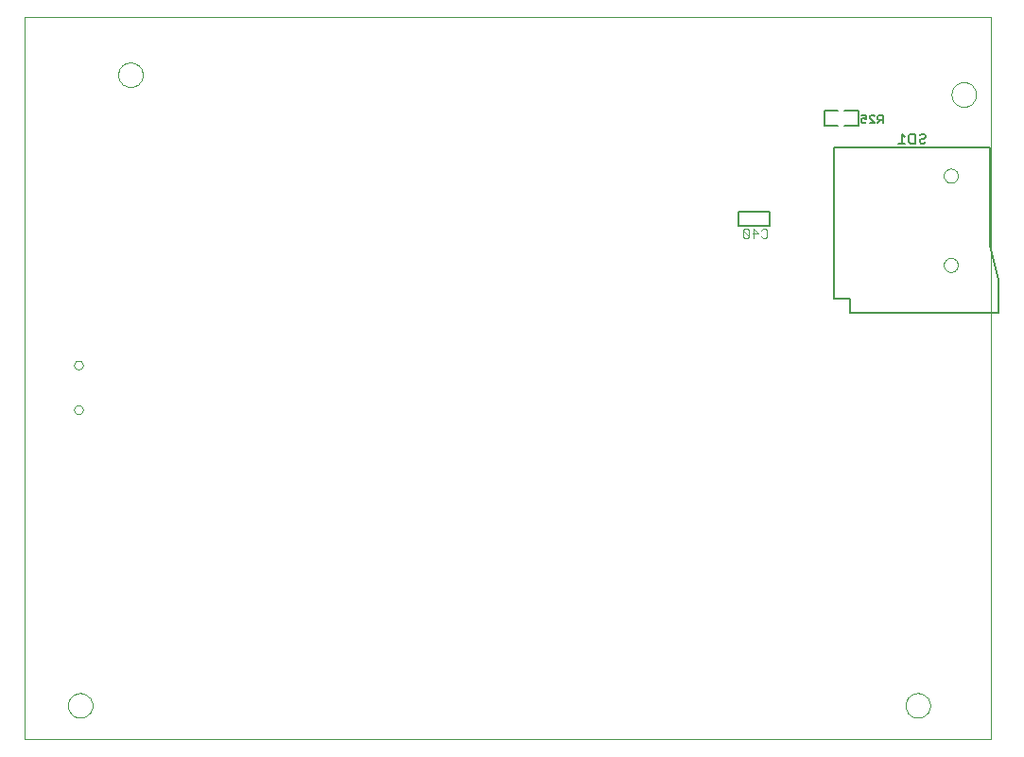
<source format=gbo>
G75*
%MOIN*%
%OFA0B0*%
%FSLAX24Y24*%
%IPPOS*%
%LPD*%
%AMOC8*
5,1,8,0,0,1.08239X$1,22.5*
%
%ADD10C,0.0000*%
%ADD11C,0.0050*%
%ADD12C,0.0070*%
%ADD13C,0.0040*%
D10*
X004935Y000100D02*
X004935Y025550D01*
X039007Y025550D01*
X039007Y000100D01*
X004935Y000100D01*
X006471Y001281D02*
X006473Y001322D01*
X006479Y001363D01*
X006489Y001403D01*
X006502Y001442D01*
X006519Y001479D01*
X006540Y001515D01*
X006564Y001549D01*
X006591Y001580D01*
X006620Y001608D01*
X006653Y001634D01*
X006687Y001656D01*
X006724Y001675D01*
X006762Y001690D01*
X006802Y001702D01*
X006842Y001710D01*
X006883Y001714D01*
X006925Y001714D01*
X006966Y001710D01*
X007006Y001702D01*
X007046Y001690D01*
X007084Y001675D01*
X007120Y001656D01*
X007155Y001634D01*
X007188Y001608D01*
X007217Y001580D01*
X007244Y001549D01*
X007268Y001515D01*
X007289Y001479D01*
X007306Y001442D01*
X007319Y001403D01*
X007329Y001363D01*
X007335Y001322D01*
X007337Y001281D01*
X007335Y001240D01*
X007329Y001199D01*
X007319Y001159D01*
X007306Y001120D01*
X007289Y001083D01*
X007268Y001047D01*
X007244Y001013D01*
X007217Y000982D01*
X007188Y000954D01*
X007155Y000928D01*
X007121Y000906D01*
X007084Y000887D01*
X007046Y000872D01*
X007006Y000860D01*
X006966Y000852D01*
X006925Y000848D01*
X006883Y000848D01*
X006842Y000852D01*
X006802Y000860D01*
X006762Y000872D01*
X006724Y000887D01*
X006688Y000906D01*
X006653Y000928D01*
X006620Y000954D01*
X006591Y000982D01*
X006564Y001013D01*
X006540Y001047D01*
X006519Y001083D01*
X006502Y001120D01*
X006489Y001159D01*
X006479Y001199D01*
X006473Y001240D01*
X006471Y001281D01*
X006685Y011713D02*
X006687Y011738D01*
X006693Y011762D01*
X006702Y011784D01*
X006715Y011805D01*
X006731Y011824D01*
X006750Y011840D01*
X006771Y011853D01*
X006793Y011862D01*
X006817Y011868D01*
X006842Y011870D01*
X006867Y011868D01*
X006891Y011862D01*
X006913Y011853D01*
X006934Y011840D01*
X006953Y011824D01*
X006969Y011805D01*
X006982Y011784D01*
X006991Y011762D01*
X006997Y011738D01*
X006999Y011713D01*
X006997Y011688D01*
X006991Y011664D01*
X006982Y011642D01*
X006969Y011621D01*
X006953Y011602D01*
X006934Y011586D01*
X006913Y011573D01*
X006891Y011564D01*
X006867Y011558D01*
X006842Y011556D01*
X006817Y011558D01*
X006793Y011564D01*
X006771Y011573D01*
X006750Y011586D01*
X006731Y011602D01*
X006715Y011621D01*
X006702Y011642D01*
X006693Y011664D01*
X006687Y011688D01*
X006685Y011713D01*
X006685Y013287D02*
X006687Y013312D01*
X006693Y013336D01*
X006702Y013358D01*
X006715Y013379D01*
X006731Y013398D01*
X006750Y013414D01*
X006771Y013427D01*
X006793Y013436D01*
X006817Y013442D01*
X006842Y013444D01*
X006867Y013442D01*
X006891Y013436D01*
X006913Y013427D01*
X006934Y013414D01*
X006953Y013398D01*
X006969Y013379D01*
X006982Y013358D01*
X006991Y013336D01*
X006997Y013312D01*
X006999Y013287D01*
X006997Y013262D01*
X006991Y013238D01*
X006982Y013216D01*
X006969Y013195D01*
X006953Y013176D01*
X006934Y013160D01*
X006913Y013147D01*
X006891Y013138D01*
X006867Y013132D01*
X006842Y013130D01*
X006817Y013132D01*
X006793Y013138D01*
X006771Y013147D01*
X006750Y013160D01*
X006731Y013176D01*
X006715Y013195D01*
X006702Y013216D01*
X006693Y013238D01*
X006687Y013262D01*
X006685Y013287D01*
X008242Y023525D02*
X008244Y023566D01*
X008250Y023607D01*
X008260Y023647D01*
X008273Y023686D01*
X008290Y023723D01*
X008311Y023759D01*
X008335Y023793D01*
X008362Y023824D01*
X008391Y023852D01*
X008424Y023878D01*
X008458Y023900D01*
X008495Y023919D01*
X008533Y023934D01*
X008573Y023946D01*
X008613Y023954D01*
X008654Y023958D01*
X008696Y023958D01*
X008737Y023954D01*
X008777Y023946D01*
X008817Y023934D01*
X008855Y023919D01*
X008891Y023900D01*
X008926Y023878D01*
X008959Y023852D01*
X008988Y023824D01*
X009015Y023793D01*
X009039Y023759D01*
X009060Y023723D01*
X009077Y023686D01*
X009090Y023647D01*
X009100Y023607D01*
X009106Y023566D01*
X009108Y023525D01*
X009106Y023484D01*
X009100Y023443D01*
X009090Y023403D01*
X009077Y023364D01*
X009060Y023327D01*
X009039Y023291D01*
X009015Y023257D01*
X008988Y023226D01*
X008959Y023198D01*
X008926Y023172D01*
X008892Y023150D01*
X008855Y023131D01*
X008817Y023116D01*
X008777Y023104D01*
X008737Y023096D01*
X008696Y023092D01*
X008654Y023092D01*
X008613Y023096D01*
X008573Y023104D01*
X008533Y023116D01*
X008495Y023131D01*
X008459Y023150D01*
X008424Y023172D01*
X008391Y023198D01*
X008362Y023226D01*
X008335Y023257D01*
X008311Y023291D01*
X008290Y023327D01*
X008273Y023364D01*
X008260Y023403D01*
X008250Y023443D01*
X008244Y023484D01*
X008242Y023525D01*
X037349Y019969D02*
X037351Y020000D01*
X037357Y020030D01*
X037366Y020060D01*
X037379Y020088D01*
X037396Y020114D01*
X037416Y020137D01*
X037438Y020159D01*
X037463Y020177D01*
X037490Y020192D01*
X037519Y020203D01*
X037549Y020211D01*
X037580Y020215D01*
X037610Y020215D01*
X037641Y020211D01*
X037671Y020203D01*
X037700Y020192D01*
X037727Y020177D01*
X037752Y020159D01*
X037774Y020137D01*
X037794Y020114D01*
X037811Y020088D01*
X037824Y020060D01*
X037833Y020030D01*
X037839Y020000D01*
X037841Y019969D01*
X037839Y019938D01*
X037833Y019908D01*
X037824Y019878D01*
X037811Y019850D01*
X037794Y019824D01*
X037774Y019801D01*
X037752Y019779D01*
X037727Y019761D01*
X037700Y019746D01*
X037671Y019735D01*
X037641Y019727D01*
X037610Y019723D01*
X037580Y019723D01*
X037549Y019727D01*
X037519Y019735D01*
X037490Y019746D01*
X037463Y019761D01*
X037438Y019779D01*
X037416Y019801D01*
X037396Y019824D01*
X037379Y019850D01*
X037366Y019878D01*
X037357Y019908D01*
X037351Y019938D01*
X037349Y019969D01*
X037618Y022829D02*
X037620Y022870D01*
X037626Y022911D01*
X037636Y022951D01*
X037649Y022990D01*
X037666Y023027D01*
X037687Y023063D01*
X037711Y023097D01*
X037738Y023128D01*
X037767Y023156D01*
X037800Y023182D01*
X037834Y023204D01*
X037871Y023223D01*
X037909Y023238D01*
X037949Y023250D01*
X037989Y023258D01*
X038030Y023262D01*
X038072Y023262D01*
X038113Y023258D01*
X038153Y023250D01*
X038193Y023238D01*
X038231Y023223D01*
X038267Y023204D01*
X038302Y023182D01*
X038335Y023156D01*
X038364Y023128D01*
X038391Y023097D01*
X038415Y023063D01*
X038436Y023027D01*
X038453Y022990D01*
X038466Y022951D01*
X038476Y022911D01*
X038482Y022870D01*
X038484Y022829D01*
X038482Y022788D01*
X038476Y022747D01*
X038466Y022707D01*
X038453Y022668D01*
X038436Y022631D01*
X038415Y022595D01*
X038391Y022561D01*
X038364Y022530D01*
X038335Y022502D01*
X038302Y022476D01*
X038268Y022454D01*
X038231Y022435D01*
X038193Y022420D01*
X038153Y022408D01*
X038113Y022400D01*
X038072Y022396D01*
X038030Y022396D01*
X037989Y022400D01*
X037949Y022408D01*
X037909Y022420D01*
X037871Y022435D01*
X037835Y022454D01*
X037800Y022476D01*
X037767Y022502D01*
X037738Y022530D01*
X037711Y022561D01*
X037687Y022595D01*
X037666Y022631D01*
X037649Y022668D01*
X037636Y022707D01*
X037626Y022747D01*
X037620Y022788D01*
X037618Y022829D01*
X037349Y016820D02*
X037351Y016851D01*
X037357Y016881D01*
X037366Y016911D01*
X037379Y016939D01*
X037396Y016965D01*
X037416Y016988D01*
X037438Y017010D01*
X037463Y017028D01*
X037490Y017043D01*
X037519Y017054D01*
X037549Y017062D01*
X037580Y017066D01*
X037610Y017066D01*
X037641Y017062D01*
X037671Y017054D01*
X037700Y017043D01*
X037727Y017028D01*
X037752Y017010D01*
X037774Y016988D01*
X037794Y016965D01*
X037811Y016939D01*
X037824Y016911D01*
X037833Y016881D01*
X037839Y016851D01*
X037841Y016820D01*
X037839Y016789D01*
X037833Y016759D01*
X037824Y016729D01*
X037811Y016701D01*
X037794Y016675D01*
X037774Y016652D01*
X037752Y016630D01*
X037727Y016612D01*
X037700Y016597D01*
X037671Y016586D01*
X037641Y016578D01*
X037610Y016574D01*
X037580Y016574D01*
X037549Y016578D01*
X037519Y016586D01*
X037490Y016597D01*
X037463Y016612D01*
X037438Y016630D01*
X037416Y016652D01*
X037396Y016675D01*
X037379Y016701D01*
X037366Y016729D01*
X037357Y016759D01*
X037351Y016789D01*
X037349Y016820D01*
X035998Y001281D02*
X036000Y001322D01*
X036006Y001363D01*
X036016Y001403D01*
X036029Y001442D01*
X036046Y001479D01*
X036067Y001515D01*
X036091Y001549D01*
X036118Y001580D01*
X036147Y001608D01*
X036180Y001634D01*
X036214Y001656D01*
X036251Y001675D01*
X036289Y001690D01*
X036329Y001702D01*
X036369Y001710D01*
X036410Y001714D01*
X036452Y001714D01*
X036493Y001710D01*
X036533Y001702D01*
X036573Y001690D01*
X036611Y001675D01*
X036647Y001656D01*
X036682Y001634D01*
X036715Y001608D01*
X036744Y001580D01*
X036771Y001549D01*
X036795Y001515D01*
X036816Y001479D01*
X036833Y001442D01*
X036846Y001403D01*
X036856Y001363D01*
X036862Y001322D01*
X036864Y001281D01*
X036862Y001240D01*
X036856Y001199D01*
X036846Y001159D01*
X036833Y001120D01*
X036816Y001083D01*
X036795Y001047D01*
X036771Y001013D01*
X036744Y000982D01*
X036715Y000954D01*
X036682Y000928D01*
X036648Y000906D01*
X036611Y000887D01*
X036573Y000872D01*
X036533Y000860D01*
X036493Y000852D01*
X036452Y000848D01*
X036410Y000848D01*
X036369Y000852D01*
X036329Y000860D01*
X036289Y000872D01*
X036251Y000887D01*
X036215Y000906D01*
X036180Y000928D01*
X036147Y000954D01*
X036118Y000982D01*
X036091Y001013D01*
X036067Y001047D01*
X036046Y001083D01*
X036029Y001120D01*
X036016Y001159D01*
X036006Y001199D01*
X036000Y001240D01*
X035998Y001281D01*
D11*
X034032Y015127D02*
X034032Y015638D01*
X033461Y015638D01*
X033461Y020953D01*
X038973Y020953D01*
X038973Y017489D01*
X039288Y016308D01*
X039288Y015127D01*
X034032Y015127D01*
X031225Y018210D02*
X030125Y018210D01*
X030125Y018710D01*
X031225Y018710D01*
X031225Y018210D01*
X033145Y021724D02*
X033145Y022276D01*
X033617Y022276D01*
X033853Y022276D02*
X034326Y022276D01*
X034326Y021724D01*
X033853Y021724D01*
X033617Y021724D02*
X033145Y021724D01*
X034434Y021876D02*
X034479Y021831D01*
X034569Y021831D01*
X034614Y021876D01*
X034614Y021966D02*
X034524Y022011D01*
X034479Y022011D01*
X034434Y021966D01*
X034434Y021876D01*
X034614Y021966D02*
X034614Y022101D01*
X034434Y022101D01*
X034729Y022056D02*
X034774Y022101D01*
X034864Y022101D01*
X034909Y022056D01*
X035023Y022056D02*
X035023Y021966D01*
X035069Y021921D01*
X035204Y021921D01*
X035204Y021831D02*
X035204Y022101D01*
X035069Y022101D01*
X035023Y022056D01*
X035114Y021921D02*
X035023Y021831D01*
X034909Y021831D02*
X034729Y022011D01*
X034729Y022056D01*
X034729Y021831D02*
X034909Y021831D01*
D12*
X035756Y021106D02*
X035977Y021106D01*
X035867Y021106D02*
X035867Y021437D01*
X035977Y021327D01*
X036125Y021382D02*
X036125Y021162D01*
X036180Y021106D01*
X036345Y021106D01*
X036345Y021437D01*
X036180Y021437D01*
X036125Y021382D01*
X036493Y021382D02*
X036548Y021437D01*
X036658Y021437D01*
X036713Y021382D01*
X036713Y021327D01*
X036658Y021272D01*
X036548Y021272D01*
X036493Y021217D01*
X036493Y021162D01*
X036548Y021106D01*
X036658Y021106D01*
X036713Y021162D01*
D13*
X031122Y018039D02*
X031122Y017832D01*
X031070Y017780D01*
X030967Y017780D01*
X030915Y017832D01*
X030800Y017935D02*
X030593Y017935D01*
X030478Y017832D02*
X030478Y018039D01*
X030426Y018090D01*
X030322Y018090D01*
X030271Y018039D01*
X030478Y017832D01*
X030426Y017780D01*
X030322Y017780D01*
X030271Y017832D01*
X030271Y018039D01*
X030645Y018090D02*
X030645Y017780D01*
X030800Y017935D02*
X030645Y018090D01*
X030915Y018039D02*
X030967Y018090D01*
X031070Y018090D01*
X031122Y018039D01*
M02*

</source>
